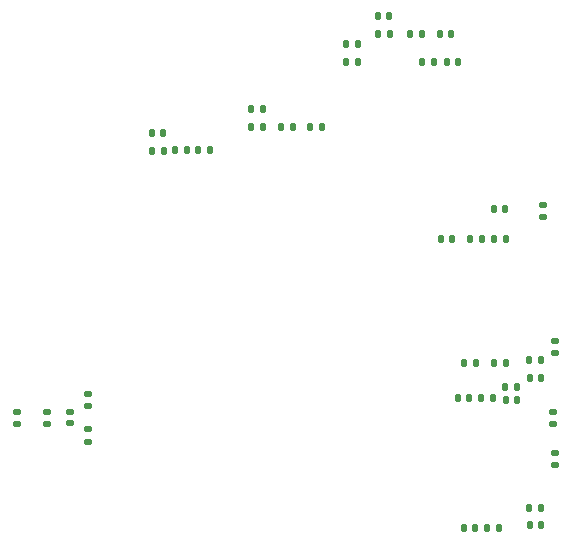
<source format=gbr>
%TF.GenerationSoftware,KiCad,Pcbnew,8.0.3*%
%TF.CreationDate,2024-08-29T14:55:06+08:00*%
%TF.ProjectId,Full_withESP,46756c6c-5f77-4697-9468-4553502e6b69,rev?*%
%TF.SameCoordinates,Original*%
%TF.FileFunction,Paste,Bot*%
%TF.FilePolarity,Positive*%
%FSLAX46Y46*%
G04 Gerber Fmt 4.6, Leading zero omitted, Abs format (unit mm)*
G04 Created by KiCad (PCBNEW 8.0.3) date 2024-08-29 14:55:06*
%MOMM*%
%LPD*%
G01*
G04 APERTURE LIST*
G04 Aperture macros list*
%AMRoundRect*
0 Rectangle with rounded corners*
0 $1 Rounding radius*
0 $2 $3 $4 $5 $6 $7 $8 $9 X,Y pos of 4 corners*
0 Add a 4 corners polygon primitive as box body*
4,1,4,$2,$3,$4,$5,$6,$7,$8,$9,$2,$3,0*
0 Add four circle primitives for the rounded corners*
1,1,$1+$1,$2,$3*
1,1,$1+$1,$4,$5*
1,1,$1+$1,$6,$7*
1,1,$1+$1,$8,$9*
0 Add four rect primitives between the rounded corners*
20,1,$1+$1,$2,$3,$4,$5,0*
20,1,$1+$1,$4,$5,$6,$7,0*
20,1,$1+$1,$6,$7,$8,$9,0*
20,1,$1+$1,$8,$9,$2,$3,0*%
G04 Aperture macros list end*
%ADD10RoundRect,0.140000X-0.170000X0.140000X-0.170000X-0.140000X0.170000X-0.140000X0.170000X0.140000X0*%
%ADD11RoundRect,0.135000X-0.135000X-0.185000X0.135000X-0.185000X0.135000X0.185000X-0.135000X0.185000X0*%
%ADD12RoundRect,0.135000X0.185000X-0.135000X0.185000X0.135000X-0.185000X0.135000X-0.185000X-0.135000X0*%
%ADD13RoundRect,0.140000X0.140000X0.170000X-0.140000X0.170000X-0.140000X-0.170000X0.140000X-0.170000X0*%
%ADD14RoundRect,0.140000X-0.140000X-0.170000X0.140000X-0.170000X0.140000X0.170000X-0.140000X0.170000X0*%
%ADD15RoundRect,0.135000X0.135000X0.185000X-0.135000X0.185000X-0.135000X-0.185000X0.135000X-0.185000X0*%
%ADD16RoundRect,0.135000X-0.185000X0.135000X-0.185000X-0.135000X0.185000X-0.135000X0.185000X0.135000X0*%
G04 APERTURE END LIST*
D10*
%TO.C,C2*%
X97500000Y-114540000D03*
X97500000Y-115500000D03*
%TD*%
D11*
%TO.C,R12*%
X138310000Y-110110000D03*
X139330000Y-110110000D03*
%TD*%
D12*
%TO.C,R19*%
X140500000Y-119020000D03*
X140500000Y-118000000D03*
%TD*%
D11*
%TO.C,R16*%
X134775000Y-124360000D03*
X135795000Y-124360000D03*
%TD*%
D10*
%TO.C,C1*%
X95000000Y-114540000D03*
X95000000Y-115500000D03*
%TD*%
D11*
%TO.C,R15*%
X134260000Y-113360000D03*
X135280000Y-113360000D03*
%TD*%
D13*
%TO.C,C9*%
X123810000Y-83360000D03*
X122850000Y-83360000D03*
%TD*%
D14*
%TO.C,C13*%
X138370000Y-111610000D03*
X139330000Y-111610000D03*
%TD*%
D11*
%TO.C,R9*%
X133360000Y-99860000D03*
X134380000Y-99860000D03*
%TD*%
D15*
%TO.C,R7*%
X126560000Y-82500000D03*
X125540000Y-82500000D03*
%TD*%
D14*
%TO.C,C19*%
X138370000Y-124110000D03*
X139330000Y-124110000D03*
%TD*%
%TO.C,C17*%
X132825000Y-124360000D03*
X133785000Y-124360000D03*
%TD*%
D13*
%TO.C,C5*%
X132300000Y-84860000D03*
X131340000Y-84860000D03*
%TD*%
D14*
%TO.C,C12*%
X132850000Y-110360000D03*
X133810000Y-110360000D03*
%TD*%
D11*
%TO.C,R17*%
X136320000Y-112420000D03*
X137340000Y-112420000D03*
%TD*%
D12*
%TO.C,R20*%
X140500000Y-109500000D03*
X140500000Y-108480000D03*
%TD*%
D14*
%TO.C,C18*%
X136380000Y-113470000D03*
X137340000Y-113470000D03*
%TD*%
D16*
%TO.C,R1*%
X101000000Y-112990000D03*
X101000000Y-114010000D03*
%TD*%
D15*
%TO.C,R8*%
X123840000Y-84860000D03*
X122820000Y-84860000D03*
%TD*%
D11*
%TO.C,R10*%
X135330000Y-99860000D03*
X136350000Y-99860000D03*
%TD*%
D13*
%TO.C,C6*%
X111280000Y-92360000D03*
X110320000Y-92360000D03*
%TD*%
%TO.C,C15*%
X115780000Y-88860000D03*
X114820000Y-88860000D03*
%TD*%
D15*
%TO.C,R5*%
X109340000Y-92360000D03*
X108320000Y-92360000D03*
%TD*%
D14*
%TO.C,C11*%
X135370000Y-97360000D03*
X136330000Y-97360000D03*
%TD*%
D13*
%TO.C,C14*%
X107330000Y-90920000D03*
X106370000Y-90920000D03*
%TD*%
D15*
%TO.C,R3*%
X129240000Y-82500000D03*
X128220000Y-82500000D03*
%TD*%
D11*
%TO.C,R11*%
X135320000Y-110360000D03*
X136340000Y-110360000D03*
%TD*%
D13*
%TO.C,C8*%
X126500000Y-81000000D03*
X125540000Y-81000000D03*
%TD*%
D11*
%TO.C,R18*%
X138310000Y-122610000D03*
X139330000Y-122610000D03*
%TD*%
D15*
%TO.C,R4*%
X130320000Y-84860000D03*
X129300000Y-84860000D03*
%TD*%
D16*
%TO.C,R22*%
X140330000Y-114480000D03*
X140330000Y-115500000D03*
%TD*%
D14*
%TO.C,C10*%
X130870000Y-99860000D03*
X131830000Y-99860000D03*
%TD*%
D15*
%TO.C,R6*%
X118330000Y-90360000D03*
X117310000Y-90360000D03*
%TD*%
D13*
%TO.C,C7*%
X120770000Y-90360000D03*
X119810000Y-90360000D03*
%TD*%
D15*
%TO.C,R14*%
X115840000Y-90360000D03*
X114820000Y-90360000D03*
%TD*%
D12*
%TO.C,R21*%
X139500000Y-98020000D03*
X139500000Y-97000000D03*
%TD*%
D15*
%TO.C,R13*%
X107390000Y-92420000D03*
X106370000Y-92420000D03*
%TD*%
D14*
%TO.C,C16*%
X132320000Y-113360000D03*
X133280000Y-113360000D03*
%TD*%
D13*
%TO.C,C4*%
X131720000Y-82500000D03*
X130760000Y-82500000D03*
%TD*%
D10*
%TO.C,C3*%
X99500000Y-114520000D03*
X99500000Y-115480000D03*
%TD*%
D16*
%TO.C,R2*%
X101000000Y-116000000D03*
X101000000Y-117020000D03*
%TD*%
M02*

</source>
